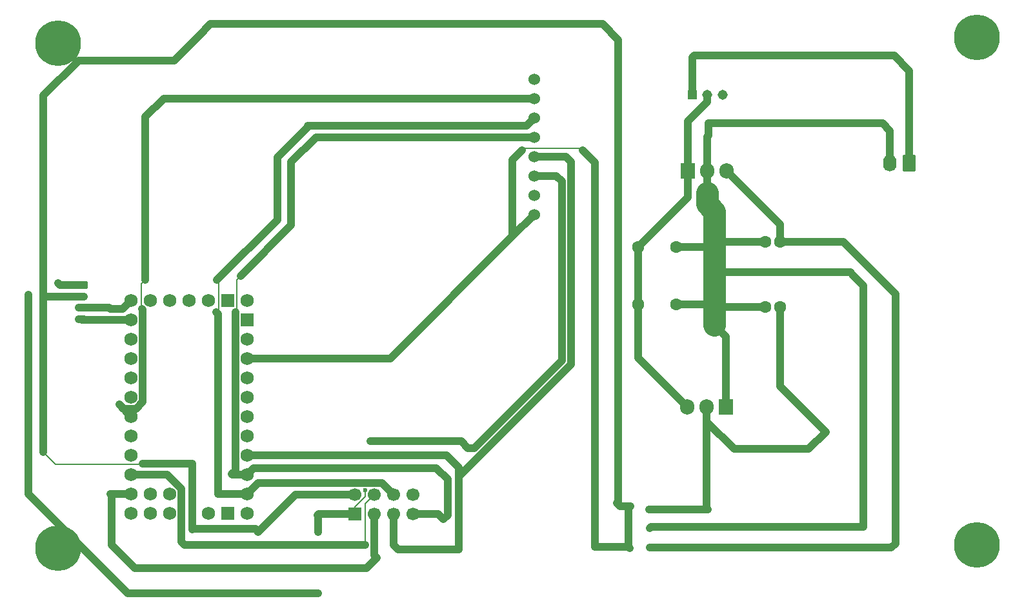
<source format=gbr>
%TF.GenerationSoftware,KiCad,Pcbnew,8.0.4*%
%TF.CreationDate,2024-08-12T16:36:46-06:00*%
%TF.ProjectId,eTerrena,65546572-7265-46e6-912e-6b696361645f,rev?*%
%TF.SameCoordinates,Original*%
%TF.FileFunction,Copper,L2,Bot*%
%TF.FilePolarity,Positive*%
%FSLAX46Y46*%
G04 Gerber Fmt 4.6, Leading zero omitted, Abs format (unit mm)*
G04 Created by KiCad (PCBNEW 8.0.4) date 2024-08-12 16:36:46*
%MOMM*%
%LPD*%
G01*
G04 APERTURE LIST*
G04 Aperture macros list*
%AMRoundRect*
0 Rectangle with rounded corners*
0 $1 Rounding radius*
0 $2 $3 $4 $5 $6 $7 $8 $9 X,Y pos of 4 corners*
0 Add a 4 corners polygon primitive as box body*
4,1,4,$2,$3,$4,$5,$6,$7,$8,$9,$2,$3,0*
0 Add four circle primitives for the rounded corners*
1,1,$1+$1,$2,$3*
1,1,$1+$1,$4,$5*
1,1,$1+$1,$6,$7*
1,1,$1+$1,$8,$9*
0 Add four rect primitives between the rounded corners*
20,1,$1+$1,$2,$3,$4,$5,0*
20,1,$1+$1,$4,$5,$6,$7,0*
20,1,$1+$1,$6,$7,$8,$9,0*
20,1,$1+$1,$8,$9,$2,$3,0*%
G04 Aperture macros list end*
%TA.AperFunction,ComponentPad*%
%ADD10C,1.600000*%
%TD*%
%TA.AperFunction,ComponentPad*%
%ADD11C,1.530000*%
%TD*%
%TA.AperFunction,ComponentPad*%
%ADD12C,6.000000*%
%TD*%
%TA.AperFunction,ComponentPad*%
%ADD13R,1.308000X1.308000*%
%TD*%
%TA.AperFunction,ComponentPad*%
%ADD14C,1.308000*%
%TD*%
%TA.AperFunction,ComponentPad*%
%ADD15RoundRect,0.250000X0.620000X0.845000X-0.620000X0.845000X-0.620000X-0.845000X0.620000X-0.845000X0*%
%TD*%
%TA.AperFunction,ComponentPad*%
%ADD16O,1.740000X2.190000*%
%TD*%
%TA.AperFunction,ComponentPad*%
%ADD17C,1.727200*%
%TD*%
%TA.AperFunction,ComponentPad*%
%ADD18R,1.727200X1.727200*%
%TD*%
%TA.AperFunction,ComponentPad*%
%ADD19RoundRect,0.250000X-0.615000X0.265000X-0.615000X-0.265000X0.615000X-0.265000X0.615000X0.265000X0*%
%TD*%
%TA.AperFunction,ComponentPad*%
%ADD20O,1.730000X1.030000*%
%TD*%
%TA.AperFunction,ComponentPad*%
%ADD21R,1.700000X1.700000*%
%TD*%
%TA.AperFunction,ComponentPad*%
%ADD22C,1.700000*%
%TD*%
%TA.AperFunction,ComponentPad*%
%ADD23R,1.905000X2.000000*%
%TD*%
%TA.AperFunction,ComponentPad*%
%ADD24O,1.905000X2.000000*%
%TD*%
%TA.AperFunction,ViaPad*%
%ADD25C,0.600000*%
%TD*%
%TA.AperFunction,Conductor*%
%ADD26C,1.000000*%
%TD*%
%TA.AperFunction,Conductor*%
%ADD27C,0.200000*%
%TD*%
%TA.AperFunction,Conductor*%
%ADD28C,3.000000*%
%TD*%
G04 APERTURE END LIST*
D10*
%TO.P,cElectrolitico1,1*%
%TO.N,3.3v*%
X180650000Y-108825000D03*
%TO.P,cElectrolitico1,2*%
%TO.N,GND*%
X178650000Y-108825000D03*
%TD*%
%TO.P,cCeramicoDisco2,1*%
%TO.N,Net-(regulador3V1-Vin)*%
X162000000Y-108500000D03*
%TO.P,cCeramicoDisco2,2*%
%TO.N,GND*%
X167000000Y-108500000D03*
%TD*%
D11*
%TO.P,microSDBreakoutboard+1,1,CD*%
%TO.N,unconnected-(microSDBreakoutboard+1-CD-Pad1)*%
X148366000Y-78950000D03*
%TO.P,microSDBreakoutboard+1,2,CS*%
%TO.N,Net-(microSDBreakoutboard+1-CS)*%
X148366000Y-81490000D03*
%TO.P,microSDBreakoutboard+1,3,DI*%
%TO.N,Net-(Radio1-MOSI)*%
X148366000Y-84030000D03*
%TO.P,microSDBreakoutboard+1,4,DO*%
%TO.N,Net-(Radio1-MISO)*%
X148366000Y-86570000D03*
%TO.P,microSDBreakoutboard+1,5,CLK*%
%TO.N,Net-(Radio1-SCK)*%
X148366000Y-89110000D03*
%TO.P,microSDBreakoutboard+1,6,GND*%
%TO.N,GND*%
X148366000Y-91650000D03*
%TO.P,microSDBreakoutboard+1,7,3V*%
%TO.N,unconnected-(microSDBreakoutboard+1-3V-Pad7)*%
X148366000Y-94190000D03*
%TO.P,microSDBreakoutboard+1,8,5V*%
%TO.N,+3.3V*%
X148366000Y-96730000D03*
%TD*%
D12*
%TO.P,tornillo2,2*%
%TO.N,N/C*%
X206450000Y-73500000D03*
%TD*%
D13*
%TO.P,Switch1,1,1*%
%TO.N,+9V*%
X169100000Y-81000000D03*
D14*
%TO.P,Switch1,2,2*%
%TO.N,Net-(regulador3V1-Vin)*%
X171100000Y-81000000D03*
%TO.P,Switch1,3,3*%
%TO.N,unconnected-(Switch1-Pad3)*%
X173100000Y-81000000D03*
%TD*%
D10*
%TO.P,cCeramicoDisco1,1*%
%TO.N,Net-(regulador3V1-Vin)*%
X162000000Y-101000000D03*
%TO.P,cCeramicoDisco1,2*%
%TO.N,GND*%
X167000000Y-101000000D03*
%TD*%
D15*
%TO.P,SocketEntrada1,1,Pin_1*%
%TO.N,+9V*%
X197600000Y-90000000D03*
D16*
%TO.P,SocketEntrada1,2,Pin_2*%
%TO.N,GND*%
X195060000Y-90000000D03*
%TD*%
D12*
%TO.P,tornillo1,1*%
%TO.N,N/C*%
X85875000Y-74250000D03*
%TD*%
D17*
%TO.P,ArduinoMini5,5V1,5V*%
%TO.N,+3.3V*%
X110700000Y-115620000D03*
%TO.P,ArduinoMini5,5V2,SPI_5V*%
%TO.N,unconnected-(ArduinoMini5-SPI_5V-Pad5V2)*%
X105620000Y-108000000D03*
%TO.P,ArduinoMini5,5V3*%
%TO.N,N/C*%
X105620000Y-135940000D03*
%TO.P,ArduinoMini5,A0,A0*%
%TO.N,unconnected-(ArduinoMini5-PadA0)*%
X110700000Y-125780000D03*
%TO.P,ArduinoMini5,A1,A1*%
%TO.N,unconnected-(ArduinoMini5-PadA1)*%
X110700000Y-123240000D03*
%TO.P,ArduinoMini5,A2,A2*%
%TO.N,unconnected-(ArduinoMini5-PadA2)*%
X110700000Y-120700000D03*
%TO.P,ArduinoMini5,A3,A3*%
%TO.N,unconnected-(ArduinoMini5-PadA3)*%
X110700000Y-118160000D03*
%TO.P,ArduinoMini5,A4,A4*%
%TO.N,unconnected-(ArduinoMini5-PadA4)*%
X98000000Y-135940000D03*
%TO.P,ArduinoMini5,A5,A5*%
%TO.N,unconnected-(ArduinoMini5-PadA5)*%
X100540000Y-135940000D03*
%TO.P,ArduinoMini5,A6*%
%TO.N,N/C*%
X98000000Y-133400000D03*
%TO.P,ArduinoMini5,A7*%
X100540000Y-133400000D03*
%TO.P,ArduinoMini5,D0,D0/RX*%
%TO.N,TX FT232RL*%
X95460000Y-110540000D03*
%TO.P,ArduinoMini5,D1,D1/TX*%
%TO.N,RX FT232RL*%
X95460000Y-108000000D03*
%TO.P,ArduinoMini5,D2,D2*%
%TO.N,unconnected-(ArduinoMini5-PadD2)*%
X95460000Y-118160000D03*
%TO.P,ArduinoMini5,D3,D3*%
%TO.N,unconnected-(ArduinoMini5-PadD3)*%
X95460000Y-120700000D03*
%TO.P,ArduinoMini5,D4,D4*%
%TO.N,Net-(microSDBreakoutboard+1-CS)*%
X95460000Y-123240000D03*
%TO.P,ArduinoMini5,D5,D5*%
%TO.N,unconnected-(ArduinoMini5-PadD5)*%
X95460000Y-125780000D03*
%TO.P,ArduinoMini5,D6,D6*%
%TO.N,unconnected-(ArduinoMini5-PadD6)*%
X95460000Y-128320000D03*
%TO.P,ArduinoMini5,D7,D7*%
%TO.N,Net-(Radio1-~{CSN})*%
X95460000Y-130860000D03*
%TO.P,ArduinoMini5,D8,D8*%
%TO.N,Net-(Radio1-CE)*%
X95460000Y-133400000D03*
%TO.P,ArduinoMini5,D9,D9*%
%TO.N,unconnected-(ArduinoMini5-PadD9)*%
X95460000Y-135940000D03*
%TO.P,ArduinoMini5,D10,D10_CS*%
%TO.N,unconnected-(ArduinoMini5-D10_CS-PadD10)*%
X110700000Y-135940000D03*
%TO.P,ArduinoMini5,D11,D11*%
%TO.N,Net-(Radio1-MOSI)*%
X110700000Y-133400000D03*
%TO.P,ArduinoMini5,D12,D12*%
%TO.N,Net-(Radio1-MISO)*%
X110700000Y-130860000D03*
%TO.P,ArduinoMini5,D13,D13*%
%TO.N,Net-(Radio1-SCK)*%
X110700000Y-128320000D03*
D18*
%TO.P,ArduinoMini5,GND2,GND*%
%TO.N,unconnected-(ArduinoMini5-GND-PadGND2)*%
X110700000Y-110540000D03*
%TO.P,ArduinoMini5,GND3,GND*%
%TO.N,unconnected-(ArduinoMini5-GND-PadGND3)*%
X108160000Y-108000000D03*
%TO.P,ArduinoMini5,GND4,SPI_GND*%
%TO.N,unconnected-(ArduinoMini5-SPI_GND-PadGND4)*%
X108160000Y-135940000D03*
D17*
%TO.P,ArduinoMini5,L0*%
%TO.N,N/C*%
X95460000Y-113080000D03*
%TO.P,ArduinoMini5,L1*%
X95460000Y-115620000D03*
%TO.P,ArduinoMini5,L2*%
X98000000Y-108000000D03*
%TO.P,ArduinoMini5,RST2,SPI_RESET*%
%TO.N,unconnected-(ArduinoMini5-SPI_RESET-PadRST2)*%
X110700000Y-113080000D03*
%TO.P,ArduinoMini5,RX*%
%TO.N,N/C*%
X103080000Y-108000000D03*
%TO.P,ArduinoMini5,TX*%
X100540000Y-108000000D03*
%TO.P,ArduinoMini5,VIN,VIN*%
%TO.N,unconnected-(ArduinoMini5-PadVIN)*%
X110700000Y-108000000D03*
%TD*%
D19*
%TO.P,conectorFT232RL1,1,Pin_1*%
%TO.N,GND*%
X88925000Y-105975000D03*
D20*
%TO.P,conectorFT232RL1,2,Pin_2*%
%TO.N,+3.3V*%
X88925000Y-107475000D03*
%TO.P,conectorFT232RL1,3,Pin_3*%
%TO.N,TX FT232RL*%
X88925000Y-108975000D03*
%TO.P,conectorFT232RL1,4,Pin_4*%
%TO.N,RX FT232RL*%
X88925000Y-110475000D03*
%TD*%
D12*
%TO.P,tornillo3,3*%
%TO.N,N/C*%
X85875000Y-140500000D03*
%TD*%
D21*
%TO.P,Radio1,1,GND*%
%TO.N,GND*%
X124880000Y-136040000D03*
D22*
%TO.P,Radio1,2,VCC*%
%TO.N,+3.3V*%
X124880000Y-133500000D03*
%TO.P,Radio1,3,CE*%
%TO.N,Net-(Radio1-CE)*%
X127420000Y-136040000D03*
%TO.P,Radio1,4,~{CSN}*%
%TO.N,Net-(Radio1-~{CSN})*%
X127420000Y-133500000D03*
%TO.P,Radio1,5,SCK*%
%TO.N,Net-(Radio1-SCK)*%
X129960000Y-136040000D03*
%TO.P,Radio1,6,MOSI*%
%TO.N,Net-(Radio1-MOSI)*%
X129960000Y-133500000D03*
%TO.P,Radio1,7,MISO*%
%TO.N,Net-(Radio1-MISO)*%
X132500000Y-136040000D03*
%TO.P,Radio1,8,IRQ*%
%TO.N,unconnected-(Radio1-IRQ-Pad8)*%
X132500000Y-133500000D03*
%TD*%
D23*
%TO.P,regulador3V1,1,GND*%
%TO.N,GND*%
X173540000Y-122000000D03*
D24*
%TO.P,regulador3V1,2,Vout*%
%TO.N,3.3v*%
X171000000Y-122000000D03*
%TO.P,regulador3V1,3,Vin*%
%TO.N,Net-(regulador3V1-Vin)*%
X168460000Y-122000000D03*
%TD*%
D23*
%TO.P,regulador5v1,1,IN*%
%TO.N,Net-(regulador3V1-Vin)*%
X168520000Y-91000000D03*
D24*
%TO.P,regulador5v1,2,GND*%
%TO.N,GND*%
X171060000Y-91000000D03*
%TO.P,regulador5v1,3,OUT*%
%TO.N,5v*%
X173600000Y-91000000D03*
%TD*%
D12*
%TO.P,tornillo4,4*%
%TO.N,N/C*%
X206450000Y-140125000D03*
%TD*%
D10*
%TO.P,CElectrolitico2,1*%
%TO.N,5v*%
X180650000Y-100325000D03*
%TO.P,CElectrolitico2,2*%
%TO.N,GND*%
X178650000Y-100325000D03*
%TD*%
D25*
%TO.N,GND*%
X120000000Y-146500000D03*
X126875000Y-126500000D03*
X81975000Y-107225000D03*
X85900000Y-105750000D03*
X126187115Y-132950000D03*
X120000000Y-138400000D03*
%TD*%
D26*
%TO.N,*%
X88990000Y-110540000D02*
X88925000Y-110475000D01*
D27*
X94990000Y-108470000D02*
X95460000Y-108000000D01*
D26*
X94360000Y-109100000D02*
X92725000Y-109100000D01*
X95460000Y-110540000D02*
X88990000Y-110540000D01*
X92725000Y-109100000D02*
X92600000Y-108975000D01*
X95460000Y-108000000D02*
X94360000Y-109100000D01*
X92600000Y-108975000D02*
X88925000Y-108975000D01*
%TO.N,Net-(regulador3V1-Vin)*%
X171100000Y-81924895D02*
X168520000Y-84504895D01*
X168520000Y-91000000D02*
X168520000Y-94480000D01*
X168520000Y-84504895D02*
X168520000Y-91000000D01*
X168520000Y-94480000D02*
X162000000Y-101000000D01*
X171100000Y-81000000D02*
X171100000Y-81924895D01*
X162000000Y-108500000D02*
X162000000Y-115540000D01*
X162000000Y-101000000D02*
X162000000Y-108500000D01*
X162000000Y-115540000D02*
X168460000Y-122000000D01*
%TO.N,GND*%
X173540000Y-122000000D02*
X173540000Y-112790000D01*
D27*
X126225000Y-133375000D02*
X126225000Y-133150000D01*
D26*
X172025000Y-104300000D02*
X189825000Y-104300000D01*
X195060000Y-90000000D02*
X195060000Y-85735000D01*
X120000000Y-138400000D02*
X120000000Y-136275000D01*
X167000000Y-108500000D02*
X171625000Y-108500000D01*
X120135000Y-136040000D02*
X124880000Y-136040000D01*
X191575000Y-137750000D02*
X163675000Y-137750000D01*
X167000000Y-101000000D02*
X172025000Y-101000000D01*
X171625000Y-108500000D02*
X172025000Y-108900000D01*
X138775000Y-126500000D02*
X139700000Y-127425000D01*
D28*
X172025000Y-108900000D02*
X172025000Y-111275000D01*
D26*
X81975000Y-133425000D02*
X81975000Y-107225000D01*
D27*
X126225000Y-133781346D02*
X126225000Y-133375000D01*
D26*
X95050000Y-146500000D02*
X81975000Y-133425000D01*
X194075000Y-84750000D02*
X171200000Y-84750000D01*
X163675000Y-137750000D02*
X163550000Y-137875000D01*
X171060000Y-91000000D02*
X171060000Y-93840000D01*
X139700000Y-127425000D02*
X140502944Y-127425000D01*
X120000000Y-136275000D02*
X119950000Y-136225000D01*
D28*
X171050000Y-95325000D02*
X172025000Y-96300000D01*
X172025000Y-96300000D02*
X172025000Y-101000000D01*
D26*
X195060000Y-85735000D02*
X194075000Y-84750000D01*
X178650000Y-108825000D02*
X172100000Y-108825000D01*
X152000000Y-115927944D02*
X152000000Y-92375000D01*
X86125000Y-105975000D02*
X85900000Y-105750000D01*
X152000000Y-92375000D02*
X151275000Y-91650000D01*
D27*
X124880000Y-135126346D02*
X126225000Y-133781346D01*
D26*
X178650000Y-100325000D02*
X172700000Y-100325000D01*
X189825000Y-104300000D02*
X190225000Y-104700000D01*
X140502944Y-127425000D02*
X152000000Y-115927944D01*
X190225000Y-104700000D02*
X191575000Y-106050000D01*
X151275000Y-91650000D02*
X148366000Y-91650000D01*
X172100000Y-108825000D02*
X172025000Y-108900000D01*
X126875000Y-126500000D02*
X138775000Y-126500000D01*
X191575000Y-106050000D02*
X191575000Y-137750000D01*
D27*
X124880000Y-136040000D02*
X124880000Y-135126346D01*
D26*
X171200000Y-84750000D02*
X171200000Y-86350000D01*
X171200000Y-86350000D02*
X171060000Y-86490000D01*
D28*
X172025000Y-104300000D02*
X172025000Y-108900000D01*
D26*
X171060000Y-86490000D02*
X171060000Y-91000000D01*
D28*
X172025000Y-101000000D02*
X172025000Y-104300000D01*
D27*
X126225000Y-132987885D02*
X126187115Y-132950000D01*
D26*
X173540000Y-112790000D02*
X172025000Y-111275000D01*
X120000000Y-146500000D02*
X95050000Y-146500000D01*
X119950000Y-136225000D02*
X120135000Y-136040000D01*
X88925000Y-105975000D02*
X86125000Y-105975000D01*
X171060000Y-93840000D02*
X171050000Y-93850000D01*
D28*
X171050000Y-93850000D02*
X171050000Y-95325000D01*
D27*
X126225000Y-133150000D02*
X126225000Y-132987885D01*
D26*
X172700000Y-100325000D02*
X172025000Y-101000000D01*
%TO.N,3.3v*%
X171000000Y-123905000D02*
X174620000Y-127525000D01*
X171125000Y-135450000D02*
X163425000Y-135450000D01*
X184375000Y-127525000D02*
X186650000Y-125250000D01*
X180650000Y-119250000D02*
X180650000Y-108825000D01*
X171000000Y-122000000D02*
X171000000Y-135325000D01*
X186650000Y-125250000D02*
X180650000Y-119250000D01*
X174620000Y-127525000D02*
X184375000Y-127525000D01*
X171000000Y-135325000D02*
X171125000Y-135450000D01*
X171000000Y-122000000D02*
X171000000Y-123905000D01*
%TO.N,5v*%
X173600000Y-91000000D02*
X180650000Y-98050000D01*
X195775000Y-139900000D02*
X195225000Y-140450000D01*
X195775000Y-107150000D02*
X195775000Y-139900000D01*
X195225000Y-140450000D02*
X163550000Y-140450000D01*
X180650000Y-98050000D02*
X180650000Y-100325000D01*
X188950000Y-100325000D02*
X195775000Y-107150000D01*
X180650000Y-100325000D02*
X188950000Y-100325000D01*
%TO.N,+9V*%
X197600000Y-77850000D02*
X195600000Y-75850000D01*
X195600000Y-75850000D02*
X169350000Y-75850000D01*
X169100000Y-76100000D02*
X169100000Y-81000000D01*
X169350000Y-75850000D02*
X169100000Y-76100000D01*
X197600000Y-90000000D02*
X197600000Y-77850000D01*
%TO.N,Net-(Radio1-~{CSN})*%
X102525000Y-140125000D02*
X126220000Y-140125000D01*
X100211265Y-130860000D02*
X102103600Y-132752335D01*
D27*
X126220000Y-140125000D02*
X126220000Y-134700000D01*
D26*
X102103600Y-139596400D02*
X102050000Y-139650000D01*
X102103600Y-132752335D02*
X102103600Y-139596400D01*
D27*
X126220000Y-134700000D02*
X127420000Y-133500000D01*
D26*
X95460000Y-130860000D02*
X100211265Y-130860000D01*
X102050000Y-139650000D02*
X102525000Y-140125000D01*
%TO.N,Net-(Radio1-SCK)*%
X138500000Y-140675000D02*
X130500000Y-140675000D01*
X134700000Y-128320000D02*
X136845000Y-128320000D01*
X138500000Y-129975000D02*
X138500000Y-131125000D01*
X129960000Y-140135000D02*
X129960000Y-136040000D01*
X110700000Y-128320000D02*
X134700000Y-128320000D01*
X153200000Y-116425000D02*
X153200000Y-89775000D01*
X138500000Y-131125000D02*
X138500000Y-140675000D01*
X152535000Y-89110000D02*
X148366000Y-89110000D01*
X153200000Y-89775000D02*
X152535000Y-89110000D01*
X138500000Y-131125000D02*
X153200000Y-116425000D01*
X136845000Y-128320000D02*
X138500000Y-129975000D01*
X130500000Y-140675000D02*
X129960000Y-140135000D01*
%TO.N,Net-(Radio1-MISO)*%
X119755000Y-86570000D02*
X148366000Y-86570000D01*
X135521401Y-129996401D02*
X137000000Y-131475000D01*
X109136400Y-130363600D02*
X109136400Y-109563600D01*
D27*
X109323600Y-105326400D02*
X109825000Y-104825000D01*
D26*
X108700000Y-130800000D02*
X109136400Y-130363600D01*
D27*
X109136400Y-109563600D02*
X109323600Y-109376400D01*
D26*
X136450000Y-136750000D02*
X135740000Y-136040000D01*
X111563599Y-129996401D02*
X135521401Y-129996401D01*
X116500000Y-98150000D02*
X116500000Y-89825000D01*
X137000000Y-136200000D02*
X136450000Y-136750000D01*
X108760000Y-130860000D02*
X108700000Y-130800000D01*
X110700000Y-130860000D02*
X108760000Y-130860000D01*
X135740000Y-136040000D02*
X132500000Y-136040000D01*
X109825000Y-104825000D02*
X116500000Y-98150000D01*
D27*
X109323600Y-109376400D02*
X109323600Y-105326400D01*
D26*
X110700000Y-130860000D02*
X111563599Y-129996401D01*
X137000000Y-131475000D02*
X137000000Y-136200000D01*
X116500000Y-89825000D02*
X119755000Y-86570000D01*
%TO.N,Net-(Radio1-MOSI)*%
X114675000Y-89250000D02*
X118650000Y-85275000D01*
D27*
X106996400Y-109163600D02*
X106996400Y-105596400D01*
D26*
X106850000Y-133350000D02*
X106850000Y-109817200D01*
D27*
X106596400Y-109563600D02*
X106996400Y-109163600D01*
D26*
X147346000Y-85050000D02*
X148366000Y-84030000D01*
X118650000Y-85050000D02*
X147346000Y-85050000D01*
X110700000Y-133400000D02*
X106900000Y-133400000D01*
X106900000Y-133400000D02*
X106850000Y-133350000D01*
X106750000Y-105350000D02*
X114675000Y-97425000D01*
X114675000Y-97425000D02*
X114675000Y-89250000D01*
X128410000Y-131950000D02*
X129960000Y-133500000D01*
X110700000Y-133400000D02*
X112150000Y-131950000D01*
D27*
X106996400Y-105596400D02*
X106750000Y-105350000D01*
D26*
X118650000Y-85275000D02*
X118650000Y-85050000D01*
X112150000Y-131950000D02*
X128410000Y-131950000D01*
X106850000Y-109817200D02*
X106596400Y-109563600D01*
%TO.N,Net-(Radio1-CE)*%
X127420000Y-141445000D02*
X127420000Y-136040000D01*
X92900000Y-140125000D02*
X95950000Y-143175000D01*
X95460000Y-133400000D02*
X92750000Y-133400000D01*
X95950000Y-143175000D02*
X126350000Y-143175000D01*
X92900000Y-133550000D02*
X92900000Y-140125000D01*
X127750000Y-141775000D02*
X127420000Y-141445000D01*
X126350000Y-143175000D02*
X127750000Y-141775000D01*
X92750000Y-133400000D02*
X92900000Y-133550000D01*
%TO.N,Net-(microSDBreakoutboard+1-CS)*%
X93896400Y-121676400D02*
X94483600Y-122263600D01*
X96107665Y-122263600D02*
X97023600Y-121347665D01*
D27*
X96836400Y-109047664D02*
X96836400Y-105838600D01*
D26*
X97325000Y-83925000D02*
X99760000Y-81490000D01*
X94483600Y-122263600D02*
X96107665Y-122263600D01*
X97325000Y-105350000D02*
X97325000Y-83925000D01*
X97023600Y-109234864D02*
X96919368Y-109130632D01*
X99760000Y-81490000D02*
X148366000Y-81490000D01*
X95460000Y-123240000D02*
X93896400Y-121676400D01*
D27*
X96919368Y-109130632D02*
X96836400Y-109047664D01*
X96836400Y-105838600D02*
X97325000Y-105350000D01*
D26*
X97023600Y-121347665D02*
X97023600Y-109234864D01*
%TO.N,+3.3V*%
X104325000Y-73275000D02*
X105875000Y-71725000D01*
X103475000Y-138050000D02*
X103475000Y-129425000D01*
D27*
X146800000Y-88250000D02*
X147005000Y-88045000D01*
X154495000Y-88045000D02*
X154700000Y-88250000D01*
D26*
X111828600Y-138028600D02*
X103496400Y-138028600D01*
X156375000Y-140350000D02*
X160725000Y-140350000D01*
X110700000Y-115620000D02*
X129476000Y-115620000D01*
X112175000Y-138375000D02*
X111828600Y-138028600D01*
X124880000Y-133500000D02*
X117050000Y-133500000D01*
X84300000Y-107475000D02*
X83975000Y-107800000D01*
X83975000Y-107800000D02*
X83975000Y-81100000D01*
X159400000Y-134450000D02*
X159250000Y-134600000D01*
D27*
X85533600Y-129483600D02*
X83975000Y-127925000D01*
D26*
X159250000Y-134600000D02*
X159650000Y-135000000D01*
X105875000Y-71725000D02*
X157350000Y-71725000D01*
X159400000Y-77175000D02*
X159400000Y-134450000D01*
X83975000Y-110650000D02*
X83975000Y-107800000D01*
X154700000Y-88250000D02*
X156375000Y-89925000D01*
X88925000Y-107475000D02*
X84300000Y-107475000D01*
X103475000Y-129425000D02*
X96975000Y-129425000D01*
X160725000Y-140350000D02*
X160725000Y-135100000D01*
X160625000Y-135000000D02*
X161025000Y-135000000D01*
D27*
X96975000Y-129425000D02*
X96916400Y-129483600D01*
D26*
X159400000Y-73775000D02*
X159400000Y-77175000D01*
X101100000Y-76500000D02*
X104325000Y-73275000D01*
X157350000Y-71725000D02*
X159400000Y-73775000D01*
X83975000Y-81100000D02*
X88575000Y-76500000D01*
X88575000Y-76500000D02*
X101100000Y-76500000D01*
X103496400Y-138028600D02*
X103475000Y-138050000D01*
X145523000Y-99573000D02*
X148366000Y-96730000D01*
D27*
X147005000Y-88045000D02*
X154495000Y-88045000D01*
D26*
X83975000Y-127925000D02*
X83975000Y-110650000D01*
X129476000Y-115620000D02*
X145523000Y-99573000D01*
X145523000Y-89527000D02*
X146800000Y-88250000D01*
X160725000Y-140350000D02*
X160900000Y-140525000D01*
X145523000Y-99573000D02*
X145523000Y-89527000D01*
D27*
X84155000Y-110470000D02*
X83975000Y-110650000D01*
D26*
X156375000Y-89925000D02*
X156375000Y-140350000D01*
D27*
X96916400Y-129483600D02*
X85533600Y-129483600D01*
D26*
X159650000Y-135000000D02*
X160625000Y-135000000D01*
X117050000Y-133500000D02*
X112175000Y-138375000D01*
X160725000Y-135100000D02*
X160625000Y-135000000D01*
%TD*%
M02*

</source>
